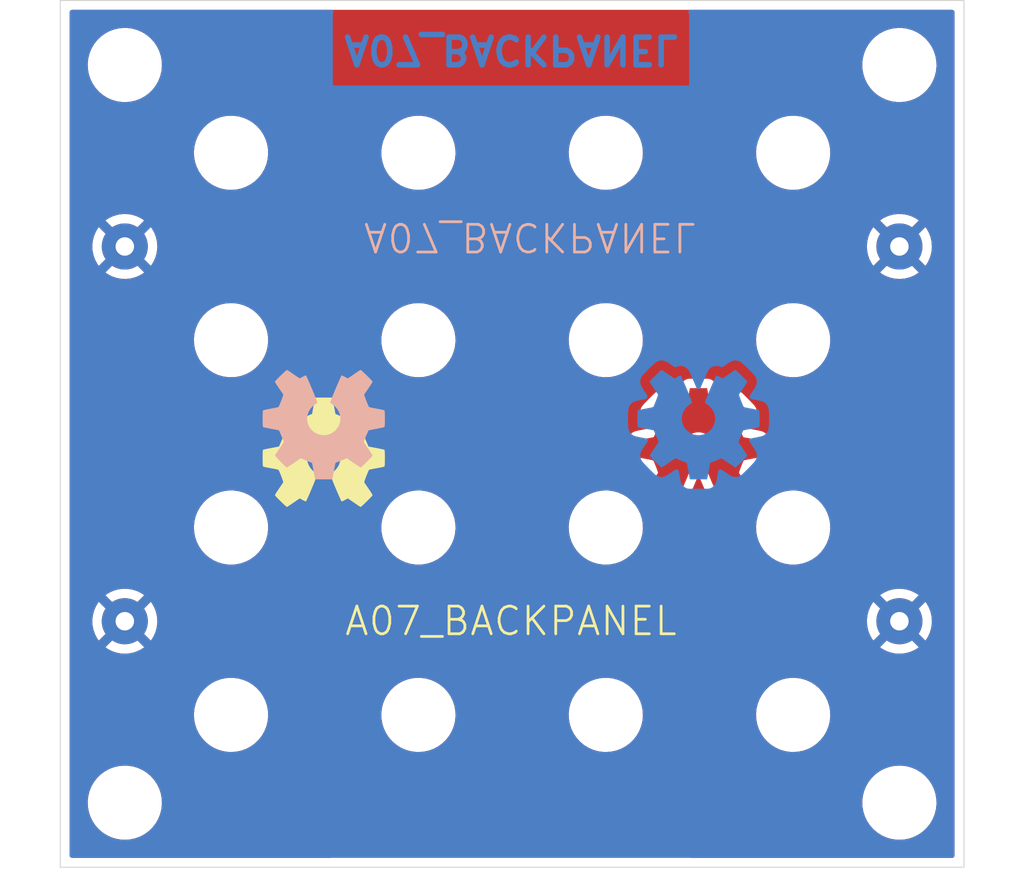
<source format=kicad_pcb>
(kicad_pcb (version 20211014) (generator pcbnew)
  (title_block (title "A07 Backplate") (company "Galopago"))
  (layers (0 "F.Cu" signal) (31 "B.Cu" signal) (34 "B.Paste" user) (35 "F.Paste" user) (36 "B.SilkS" user "B.Silkscreen") (37 "F.SilkS" user "F.Silkscreen") (38 "B.Mask" user) (39 "F.Mask" user) (44 "Edge.Cuts" user))
  (net 0 "")
  (net 1 "Net-(J0-Pad1)")
  (footprint "MountingHole:MountingHole_3mm" (layer "F.Cu") (at 25.29 24.71)
    (fp_text reference "HZ0" hide)
    (fp_text value "MountingHole")
    (pad "" np_thru_hole circle locked (at 0 0) (size 3 3) (drill 3) (layers *.Cu *.Mask))
  )
  (footprint "MountingHole:MountingHole_3mm" (layer "F.Cu") (at 25.29 64.71)
    (fp_text reference "HZ1" hide)
    (fp_text value "MountingHole")
    (pad "" np_thru_hole circle locked (at 0 0) (size 3 3) (drill 3) (layers *.Cu *.Mask))
  )
  (footprint "MountingHole:MountingHole_3mm" (layer "F.Cu") (at 67.29 24.71)
    (fp_text reference "HZ2" hide)
    (fp_text value "MountingHole")
    (pad "" np_thru_hole circle locked (at 0 0) (size 3 3) (drill 3) (layers *.Cu *.Mask))
  )
  (footprint "MountingHole:MountingHole_3mm" (layer "F.Cu") (at 67.29 64.71)
    (fp_text reference "HZ3" hide)
    (fp_text value "MountingHole")
    (pad "" np_thru_hole circle locked (at 0 0) (size 3 3) (drill 3) (layers *.Cu *.Mask))
  )
  (footprint "Connector_Wire:SolderWirePad_1x01_Drill1mm" (layer "F.Cu") (at 25.29 34.55)
    (fp_text reference "J0" hide)
    (fp_text value "Conn_01x01_Male")
    (pad "1" thru_hole circle locked (at 0 0) (size 2.49936 2.49936) (drill 1.00076) (layers *.Cu *.Mask) (net 1 "Net-(J0-Pad1)"))
  )
  (footprint "Connector_Wire:SolderWirePad_1x01_Drill1mm" (layer "F.Cu") (at 25.29 54.87)
    (fp_text reference "J1" hide)
    (fp_text value "Conn_01x01_Male")
    (pad "1" thru_hole circle locked (at 0 0) (size 2.49936 2.49936) (drill 1.00076) (layers *.Cu *.Mask) (net 1 "Net-(J0-Pad1)"))
  )
  (footprint "Connector_Wire:SolderWirePad_1x01_Drill1mm" (layer "F.Cu") (at 67.29 34.55)
    (fp_text reference "J2" hide)
    (fp_text value "Conn_01x01_Male")
    (pad "1" thru_hole circle locked (at 0 0) (size 2.49936 2.49936) (drill 1.00076) (layers *.Cu *.Mask) (net 1 "Net-(J0-Pad1)"))
  )
  (footprint "Connector_Wire:SolderWirePad_1x01_Drill1mm" (layer "F.Cu") (at 67.29 54.87)
    (fp_text reference "J3" hide)
    (fp_text value "Conn_01x01_Male")
    (pad "1" thru_hole circle locked (at 0 0) (size 2.49936 2.49936) (drill 1.00076) (layers *.Cu *.Mask) (net 1 "Net-(J0-Pad1)"))
  )
  (footprint "Symbol:OSHW-Symbol_6.7x6mm_SilkScreen" (layer "F.Cu") (at 36.068 45.72)
    (fp_text reference "REF**" hide)
    (fp_text value "OSHW-Symbol_6.7x6mm_SilkScreen" hide)
    (fp_poly (pts (xy 0.555814 -2.531069) (xy 0.639635 -2.086445) (xy 0.94892 -1.958947) (xy 1.258206 -1.831449) (xy 1.629246 -2.083754) (xy 1.733157 -2.154004) (xy 1.827087 -2.216728) (xy 1.906652 -2.269062) (xy 1.96747 -2.308143) (xy 2.005157 -2.331107) (xy 2.015421 -2.336058) (xy 2.03391 -2.323324) (xy 2.07342 -2.288118) (xy 2.129522 -2.234938) (xy 2.197787 -2.168282) (xy 2.273786 -2.092646) (xy 2.353092 -2.012528) (xy 2.431275 -1.932426) (xy 2.503907 -1.856836) (xy 2.566559 -1.790255) (xy 2.614803 -1.737182) (xy 2.64421 -1.702113) (xy 2.651241 -1.690377) (xy 2.641123 -1.66874) (xy 2.612759 -1.621338) (xy 2.569129 -1.552807) (xy 2.513218 -1.467785) (xy 2.448006 -1.370907) (xy 2.410219 -1.31565) (xy 2.341343 -1.214752) (xy 2.28014 -1.123701) (xy 2.229578 -1.04703) (xy 2.192628 -0.989272) (xy 2.172258 -0.954957) (xy 2.169197 -0.947746) (xy 2.176136 -0.927252) (xy 2.195051 -0.879487) (xy 2.223087 -0.811168) (xy 2.257391 -0.729011) (xy 2.295109 -0.63973) (xy 2.333387 -0.550042) (xy 2.36937 -0.466662) (xy 2.400206 -0.396306) (xy 2.423039 -0.34569) (xy 2.435017 -0.321529) (xy 2.435724 -0.320578) (xy 2.454531 -0.315964) (xy 2.504618 -0.305672) (xy 2.580793 -0.290713) (xy 2.677865 -0.272099) (xy 2.790643 -0.250841) (xy 2.856442 -0.238582) (xy 2.97695 -0.215638) (xy 3.085797 -0.193805) (xy 3.177476 -0.174278) (xy 3.246481 -0.158252) (xy 3.287304 -0.146921) (xy 3.295511 -0.143326) (xy 3.303548 -0.118994) (xy 3.310033 -0.064041) (xy 3.31497 0.015108) (xy 3.318364 0.112026) (xy 3.320218 0.220287) (xy 3.320538 0.333465) (xy 3.319327 0.445135) (xy 3.31659 0.548868) (xy 3.312331 0.638241) (xy 3.306555 0.706826) (xy 3.299267 0.748197) (xy 3.294895 0.75681) (xy 3.268764 0.767133) (xy 3.213393 0.781892) (xy 3.136107 0.799352) (xy 3.04423 0.81778) (xy 3.012158 0.823741) (xy 2.857524 0.852066) (xy 2.735375 0.874876) (xy 2.641673 0.89308) (xy 2.572384 0.907583) (xy 2.523471 0.919292) (xy 2.490897 0.929115) (xy 2.470628 0.937956) (xy 2.458626 0.946724) (xy 2.456947 0.948457) (xy 2.440184 0.976371) (xy 2.414614 1.030695) (xy 2.382788 1.104777) (xy 2.34726 1.191965) (xy 2.310583 1.285608) (xy 2.275311 1.379052) (xy 2.243996 1.465647) (xy 2.219193 1.53874) (xy 2.203454 1.591678) (xy 2.199332 1.617811) (xy 2.199676 1.618726) (xy 2.213641 1.640086) (xy 2.245322 1.687084) (xy 2.291391 1.754827) (xy 2.348518 1.838423) (xy 2.413373 1.932982) (xy 2.431843 1.959854) (xy 2.497699 2.057275) (xy 2.55565 2.146163) (xy 2.602538 2.221412) (xy 2.635207 2.27792) (xy 2.6505 2.310581) (xy 2.651241 2.314593) (xy 2.638392 2.335684) (xy 2.602888 2.377464) (xy 2.549293 2.435445) (xy 2.482171 2.505135) (xy 2.406087 2.582045) (xy 2.325604 2.661683) (xy 2.245287 2.739561) (xy 2.169699 2.811186) (xy 2.103405 2.87207) (xy 2.050969 2.917721) (xy 2.016955 2.94365) (xy 2.007545 2.947883) (xy 1.985643 2.937912) (xy 1.9408 2.91102) (xy 1.880321 2.871736) (xy 1.833789 2.840117) (xy 1.749475 2.782098) (xy 1.649626 2.713784) (xy 1.549473 2.645579) (xy 1.495627 2.609075) (xy 1.313371 2.4858) (xy 1.160381 2.56852) (xy 1.090682 2.604759) (xy 1.031414 2.632926) (xy 0.991311 2.648991) (xy 0.981103 2.651226) (xy 0.968829 2.634722) (xy 0.944613 2.588082) (xy 0.910263 2.515609) (xy 0.867588 2.421606) (xy 0.818394 2.310374) (xy 0.76449 2.186215) (xy 0.707684 2.053432) (xy 0.649782 1.916327) (xy 0.592593 1.779202) (xy 0.537924 1.646358) (xy 0.487584 1.522098) (xy 0.44338 1.410725) (xy 0.407119 1.316539) (xy 0.380609 1.243844) (xy 0.365658 1.196941) (xy 0.363254 1.180833) (xy 0.382311 1.160286) (xy 0.424036 1.126933) (xy 0.479706 1.087702) (xy 0.484378 1.084599) (xy 0.628264 0.969423) (xy 0.744283 0.835053) (xy 0.83143 0.685784) (xy 0.888699 0.525913) (xy 0.915086 0.359737) (xy 0.909585 0.191552) (xy 0.87119 0.025655) (xy 0.798895 -0.133658) (xy 0.777626 -0.168513) (xy 0.666996 -0.309263) (xy 0.536302 -0.422286) (xy 0.390064 -0.506997) (xy 0.232808 -0.562806) (xy 0.069057 -0.589126) (xy -0.096667 -0.58537) (xy -0.259838 -0.55095) (xy -0.415935 -0.485277) (xy -0.560433 -0.387765) (xy -0.605131 -0.348187) (xy -0.718888 -0.224297) (xy -0.801782 -0.093876) (xy -0.858644 0.052315) (xy -0.890313 0.197088) (xy -0.898131 0.35986) (xy -0.872062 0.52344) (xy -0.814755 0.682298) (xy -0.728856 0.830906) (xy -0.617014 0.963735) (xy -0.481877 1.075256) (xy -0.464117 1.087011) (xy -0.40785 1.125508) (xy -0.365077 1.158863) (xy -0.344628 1.18016) (xy -0.344331 1.180833) (xy -0.348721 1.203871) (xy -0.366124 1.256157) (xy -0.394732 1.33339) (xy -0.432735 1.431268) (xy -0.478326 1.545491) (xy -0.529697 1.671758) (xy -0.585038 1.805767) (xy -0.642542 1.943218) (xy -0.700399 2.079808) (xy -0.756802 2.211237) (xy -0.809942 2.333205) (xy -0.85801 2.441409) (xy -0.899199 2.531549) (xy -0.931699 2.599323) (xy -0.953703 2.64043) (xy -0.962564 2.651226) (xy -0.98964 2.642819) (xy -1.040303 2.620272) (xy -1.105817 2.587613) (xy -1.141841 2.56852) (xy -1.294832 2.4858) (xy -1.477088 2.609075) (xy -1.570125 2.672228) (xy -1.671985 2.741727) (xy -1.767438 2.807165) (xy -1.81525 2.840117) (xy -1.882495 2.885273) (xy -1.939436 2.921057) (xy -1.978646 2.942938) (xy -1.991381 2.947563) (xy -2.009917 2.935085) (xy -2.050941 2.900252) (xy -2.110475 2.846678) (xy -2.184542 2.777983) (xy -2.269165 2.697781) (xy -2.322685 2.646286) (xy -2.416319 2.554286) (xy -2.497241 2.471999) (xy -2.562177 2.402945) (xy -2.607858 2.350644) (xy -2.631011 2.318616) (xy -2.633232 2.312116) (xy -2.622924 2.287394) (xy -2.594439 2.237405) (xy -2.550937 2.167212) (xy -2.495577 2.081875) (xy -2.43152 1.986456) (xy -2.413303 1.959854) (xy -2.346927 1.863167) (xy -2.287378 1.776117) (xy -2.237984 1.703595) (xy -2.202075 1.650493) (xy -2.182981 1.621703) (xy -2.181136 1.618726) (xy -2.183895 1.595782) (xy -2.198538 1.545336) (xy -2.222513 1.474041) (xy -2.253266 1.388547) (xy -2.288244 1.295507) (xy -2.324893 1.201574) (xy -2.360661 1.113399) (xy -2.392994 1.037634) (xy -2.419338 0.980931) (xy -2.437142 0.949943) (xy -2.438407 0.948457) (xy -2.449294 0.939601) (xy -2.467682 0.930843) (xy -2.497606 0.921277) (xy -2.543103 0.909996) (xy -2.608209 0.896093) (xy -2.696961 0.878663) (xy -2.813393 0.856798) (xy -2.961542 0.829591) (xy -2.993618 0.823741) (xy -3.088686 0.805374) (xy -3.171565 0.787405) (xy -3.23493 0.771569) (xy -3.271458 0.7596) (xy -3.276356 0.75681) (xy -3.284427 0.732072) (xy -3.290987 0.67679) (xy -3.296033 0.597389) (xy -3.299559 0.500296) (xy -3.301561 0.391938) (xy -3.302036 0.27874) (xy -3.300977 0.167128) (xy -3.298382 0.063529) (xy -3.294246 -0.025632) (xy -3.288563 -0.093928) (xy -3.281331 -0.134934) (xy -3.276971 -0.143326) (xy -3.252698 -0.151792) (xy -3.197426 -0.165565) (xy -3.116662 -0.18345) (xy -3.015912 -0.204252) (xy -2.900683 -0.226777) (xy -2.837902 -0.238582) (xy -2.718787 -0.260849) (xy -2.612565 -0.281021) (xy -2.524427 -0.298085) (xy -2.459566 -0.311031) (xy -2.423174 -0.318845) (xy -2.417184 -0.320578) (xy -2.407061 -0.34011) (xy -2.385662 -0.387157) (xy -2.355839 -0.454997) (xy -2.320445 -0.536909) (xy -2.282332 -0.626172) (xy -2.244353 -0.716065) (xy -2.20936 -0.799865) (xy -2.180206 -0.870853) (xy -2.159743 -0.922306) (xy -2.150823 -0.947503) (xy -2.150657 -0.948604) (xy -2.160769 -0.968481) (xy -2.189117 -1.014223) (xy -2.232723 -1.081283) (xy -2.288606 -1.165116) (xy -2.353787 -1.261174) (xy -2.391679 -1.31635) (xy -2.460725 -1.417519) (xy -2.52205 -1.50937) (xy -2.572663 -1.587256) (xy -2.609571 -1.646531) (xy -2.629782 -1.682549) (xy -2.632701 -1.690623) (xy -2.620153 -1.709416) (xy -2.585463 -1.749543) (xy -2.533063 -1.806507) (xy -2.467384 -1.875815) (xy -2.392856 -1.952969) (xy -2.313913 -2.033475) (xy -2.234983 -2.112837) (xy -2.1605 -2.18656) (xy -2.094894 -2.250148) (xy -2.042596 -2.299106) (xy -2.008039 -2.328939) (xy -1.996478 -2.336058) (xy -1.977654 -2.326047) (xy -1.932631 -2.297922) (xy -1.865787 -2.254546) (xy -1.781499 -2.198782) (xy -1.684144 -2.133494) (xy -1.610707 -2.083754) (xy -1.239667 -1.831449) (xy -0.621095 -2.086445) (xy -0.537275 -2.531069) (xy -0.453454 -2.975693) (xy 0.471994 -2.975693) (xy 0.555814 -2.531069)) (layer "F.SilkS") (width 0.01) (fill solid))
  )
  (footprint "Symbol:OSHW-Symbol_6.7x6mm_Copper" (layer "F.Cu") (at 56.388 45.212)
    (fp_text reference "REF**" hide)
    (fp_text value "OSHW-Symbol_6.7x6mm_Copper" hide)
    (fp_poly (pts (xy 0.555814 -2.531069) (xy 0.639635 -2.086445) (xy 0.94892 -1.958947) (xy 1.258206 -1.831449) (xy 1.629246 -2.083754) (xy 1.733157 -2.154004) (xy 1.827087 -2.216728) (xy 1.906652 -2.269062) (xy 1.96747 -2.308143) (xy 2.005157 -2.331107) (xy 2.015421 -2.336058) (xy 2.03391 -2.323324) (xy 2.07342 -2.288118) (xy 2.129522 -2.234938) (xy 2.197787 -2.168282) (xy 2.273786 -2.092646) (xy 2.353092 -2.012528) (xy 2.431275 -1.932426) (xy 2.503907 -1.856836) (xy 2.566559 -1.790255) (xy 2.614803 -1.737182) (xy 2.64421 -1.702113) (xy 2.651241 -1.690377) (xy 2.641123 -1.66874) (xy 2.612759 -1.621338) (xy 2.569129 -1.552807) (xy 2.513218 -1.467785) (xy 2.448006 -1.370907) (xy 2.410219 -1.31565) (xy 2.341343 -1.214752) (xy 2.28014 -1.123701) (xy 2.229578 -1.04703) (xy 2.192628 -0.989272) (xy 2.172258 -0.954957) (xy 2.169197 -0.947746) (xy 2.176136 -0.927252) (xy 2.195051 -0.879487) (xy 2.223087 -0.811168) (xy 2.257391 -0.729011) (xy 2.295109 -0.63973) (xy 2.333387 -0.550042) (xy 2.36937 -0.466662) (xy 2.400206 -0.396306) (xy 2.423039 -0.34569) (xy 2.435017 -0.321529) (xy 2.435724 -0.320578) (xy 2.454531 -0.315964) (xy 2.504618 -0.305672) (xy 2.580793 -0.290713) (xy 2.677865 -0.272099) (xy 2.790643 -0.250841) (xy 2.856442 -0.238582) (xy 2.97695 -0.215638) (xy 3.085797 -0.193805) (xy 3.177476 -0.174278) (xy 3.246481 -0.158252) (xy 3.287304 -0.146921) (xy 3.295511 -0.143326) (xy 3.303548 -0.118994) (xy 3.310033 -0.064041) (xy 3.31497 0.015108) (xy 3.318364 0.112026) (xy 3.320218 0.220287) (xy 3.320538 0.333465) (xy 3.319327 0.445135) (xy 3.31659 0.548868) (xy 3.312331 0.638241) (xy 3.306555 0.706826) (xy 3.299267 0.748197) (xy 3.294895 0.75681) (xy 3.268764 0.767133) (xy 3.213393 0.781892) (xy 3.136107 0.799352) (xy 3.04423 0.81778) (xy 3.012158 0.823741) (xy 2.857524 0.852066) (xy 2.735375 0.874876) (xy 2.641673 0.89308) (xy 2.572384 0.907583) (xy 2.523471 0.919292) (xy 2.490897 0.929115) (xy 2.470628 0.937956) (xy 2.458626 0.946724) (xy 2.456947 0.948457) (xy 2.440184 0.976371) (xy 2.414614 1.030695) (xy 2.382788 1.104777) (xy 2.34726 1.191965) (xy 2.310583 1.285608) (xy 2.275311 1.379052) (xy 2.243996 1.465647) (xy 2.219193 1.53874) (xy 2.203454 1.591678) (xy 2.199332 1.617811) (xy 2.199676 1.618726) (xy 2.213641 1.640086) (xy 2.245322 1.687084) (xy 2.291391 1.754827) (xy 2.348518 1.838423) (xy 2.413373 1.932982) (xy 2.431843 1.959854) (xy 2.497699 2.057275) (xy 2.55565 2.146163) (xy 2.602538 2.221412) (xy 2.635207 2.27792) (xy 2.6505 2.310581) (xy 2.651241 2.314593) (xy 2.638392 2.335684) (xy 2.602888 2.377464) (xy 2.549293 2.435445) (xy 2.482171 2.505135) (xy 2.406087 2.582045) (xy 2.325604 2.661683) (xy 2.245287 2.739561) (xy 2.169699 2.811186) (xy 2.103405 2.87207) (xy 2.050969 2.917721) (xy 2.016955 2.94365) (xy 2.007545 2.947883) (xy 1.985643 2.937912) (xy 1.9408 2.91102) (xy 1.880321 2.871736) (xy 1.833789 2.840117) (xy 1.749475 2.782098) (xy 1.649626 2.713784) (xy 1.549473 2.645579) (xy 1.495627 2.609075) (xy 1.313371 2.4858) (xy 1.160381 2.56852) (xy 1.090682 2.604759) (xy 1.031414 2.632926) (xy 0.991311 2.648991) (xy 0.981103 2.651226) (xy 0.968829 2.634722) (xy 0.944613 2.588082) (xy 0.910263 2.515609) (xy 0.867588 2.421606) (xy 0.818394 2.310374) (xy 0.76449 2.186215) (xy 0.707684 2.053432) (xy 0.649782 1.916327) (xy 0.592593 1.779202) (xy 0.537924 1.646358) (xy 0.487584 1.522098) (xy 0.44338 1.410725) (xy 0.407119 1.316539) (xy 0.380609 1.243844) (xy 0.365658 1.196941) (xy 0.363254 1.180833) (xy 0.382311 1.160286) (xy 0.424036 1.126933) (xy 0.479706 1.087702) (xy 0.484378 1.084599) (xy 0.628264 0.969423) (xy 0.744283 0.835053) (xy 0.83143 0.685784) (xy 0.888699 0.525913) (xy 0.915086 0.359737) (xy 0.909585 0.191552) (xy 0.87119 0.025655) (xy 0.798895 -0.133658) (xy 0.777626 -0.168513) (xy 0.666996 -0.309263) (xy 0.536302 -0.422286) (xy 0.390064 -0.506997) (xy 0.232808 -0.562806) (xy 0.069057 -0.589126) (xy -0.096667 -0.58537) (xy -0.259838 -0.55095) (xy -0.415935 -0.485277) (xy -0.560433 -0.387765) (xy -0.605131 -0.348187) (xy -0.718888 -0.224297) (xy -0.801782 -0.093876) (xy -0.858644 0.052315) (xy -0.890313 0.197088) (xy -0.898131 0.35986) (xy -0.872062 0.52344) (xy -0.814755 0.682298) (xy -0.728856 0.830906) (xy -0.617014 0.963735) (xy -0.481877 1.075256) (xy -0.464117 1.087011) (xy -0.40785 1.125508) (xy -0.365077 1.158863) (xy -0.344628 1.18016) (xy -0.344331 1.180833) (xy -0.348721 1.203871) (xy -0.366124 1.256157) (xy -0.394732 1.33339) (xy -0.432735 1.431268) (xy -0.478326 1.545491) (xy -0.529697 1.671758) (xy -0.585038 1.805767) (xy -0.642542 1.943218) (xy -0.700399 2.079808) (xy -0.756802 2.211237) (xy -0.809942 2.333205) (xy -0.85801 2.441409) (xy -0.899199 2.531549) (xy -0.931699 2.599323) (xy -0.953703 2.64043) (xy -0.962564 2.651226) (xy -0.98964 2.642819) (xy -1.040303 2.620272) (xy -1.105817 2.587613) (xy -1.141841 2.56852) (xy -1.294832 2.4858) (xy -1.477088 2.609075) (xy -1.570125 2.672228) (xy -1.671985 2.741727) (xy -1.767438 2.807165) (xy -1.81525 2.840117) (xy -1.882495 2.885273) (xy -1.939436 2.921057) (xy -1.978646 2.942938) (xy -1.991381 2.947563) (xy -2.009917 2.935085) (xy -2.050941 2.900252) (xy -2.110475 2.846678) (xy -2.184542 2.777983) (xy -2.269165 2.697781) (xy -2.322685 2.646286) (xy -2.416319 2.554286) (xy -2.497241 2.471999) (xy -2.562177 2.402945) (xy -2.607858 2.350644) (xy -2.631011 2.318616) (xy -2.633232 2.312116) (xy -2.622924 2.287394) (xy -2.594439 2.237405) (xy -2.550937 2.167212) (xy -2.495577 2.081875) (xy -2.43152 1.986456) (xy -2.413303 1.959854) (xy -2.346927 1.863167) (xy -2.287378 1.776117) (xy -2.237984 1.703595) (xy -2.202075 1.650493) (xy -2.182981 1.621703) (xy -2.181136 1.618726) (xy -2.183895 1.595782) (xy -2.198538 1.545336) (xy -2.222513 1.474041) (xy -2.253266 1.388547) (xy -2.288244 1.295507) (xy -2.324893 1.201574) (xy -2.360661 1.113399) (xy -2.392994 1.037634) (xy -2.419338 0.980931) (xy -2.437142 0.949943) (xy -2.438407 0.948457) (xy -2.449294 0.939601) (xy -2.467682 0.930843) (xy -2.497606 0.921277) (xy -2.543103 0.909996) (xy -2.608209 0.896093) (xy -2.696961 0.878663) (xy -2.813393 0.856798) (xy -2.961542 0.829591) (xy -2.993618 0.823741) (xy -3.088686 0.805374) (xy -3.171565 0.787405) (xy -3.23493 0.771569) (xy -3.271458 0.7596) (xy -3.276356 0.75681) (xy -3.284427 0.732072) (xy -3.290987 0.67679) (xy -3.296033 0.597389) (xy -3.299559 0.500296) (xy -3.301561 0.391938) (xy -3.302036 0.27874) (xy -3.300977 0.167128) (xy -3.298382 0.063529) (xy -3.294246 -0.025632) (xy -3.288563 -0.093928) (xy -3.281331 -0.134934) (xy -3.276971 -0.143326) (xy -3.252698 -0.151792) (xy -3.197426 -0.165565) (xy -3.116662 -0.18345) (xy -3.015912 -0.204252) (xy -2.900683 -0.226777) (xy -2.837902 -0.238582) (xy -2.718787 -0.260849) (xy -2.612565 -0.281021) (xy -2.524427 -0.298085) (xy -2.459566 -0.311031) (xy -2.423174 -0.318845) (xy -2.417184 -0.320578) (xy -2.407061 -0.34011) (xy -2.385662 -0.387157) (xy -2.355839 -0.454997) (xy -2.320445 -0.536909) (xy -2.282332 -0.626172) (xy -2.244353 -0.716065) (xy -2.20936 -0.799865) (xy -2.180206 -0.870853) (xy -2.159743 -0.922306) (xy -2.150823 -0.947503) (xy -2.150657 -0.948604) (xy -2.160769 -0.968481) (xy -2.189117 -1.014223) (xy -2.232723 -1.081283) (xy -2.288606 -1.165116) (xy -2.353787 -1.261174) (xy -2.391679 -1.31635) (xy -2.460725 -1.417519) (xy -2.52205 -1.50937) (xy -2.572663 -1.587256) (xy -2.609571 -1.646531) (xy -2.629782 -1.682549) (xy -2.632701 -1.690623) (xy -2.620153 -1.709416) (xy -2.585463 -1.749543) (xy -2.533063 -1.806507) (xy -2.467384 -1.875815) (xy -2.392856 -1.952969) (xy -2.313913 -2.033475) (xy -2.234983 -2.112837) (xy -2.1605 -2.18656) (xy -2.094894 -2.250148) (xy -2.042596 -2.299106) (xy -2.008039 -2.328939) (xy -1.996478 -2.336058) (xy -1.977654 -2.326047) (xy -1.932631 -2.297922) (xy -1.865787 -2.254546) (xy -1.781499 -2.198782) (xy -1.684144 -2.133494) (xy -1.610707 -2.083754) (xy -1.239667 -1.831449) (xy -0.621095 -2.086445) (xy -0.537275 -2.531069) (xy -0.453454 -2.975693) (xy 0.471994 -2.975693) (xy 0.555814 -2.531069)) (layer "F.Cu") (width 0.01) (fill solid))
  )
  (footprint "MountingHole:MountingHole_3mm" (layer "F.Cu") (at 61.53 29.47)
    (fp_text reference "HB4" hide)
    (fp_text value "MountingHole")
    (pad "" np_thru_hole circle locked (at 0 0) (size 3 3) (drill 3) (layers *.Cu *.Mask))
  )
  (footprint "MountingHole:MountingHole_3mm" (layer "F.Cu") (at 31.05 59.95)
    (fp_text reference "HB19" hide)
    (fp_text value "MountingHole")
    (pad "" np_thru_hole circle locked (at 0 0) (size 3 3) (drill 3) (layers *.Cu *.Mask))
  )
  (footprint "MountingHole:MountingHole_3mm" (layer "F.Cu") (at 61.53 39.63)
    (fp_text reference "HB14" hide)
    (fp_text value "MountingHole")
    (pad "" np_thru_hole circle locked (at 0 0) (size 3 3) (drill 3) (layers *.Cu *.Mask))
  )
  (footprint "MountingHole:MountingHole_3mm" (layer "F.Cu") (at 51.37 29.47)
    (fp_text reference "HB3" hide)
    (fp_text value "MountingHole")
    (pad "" np_thru_hole circle locked (at 0 0) (size 3 3) (drill 3) (layers *.Cu *.Mask))
  )
  (footprint "MountingHole:MountingHole_3mm" (layer "F.Cu") (at 31.05 29.47)
    (fp_text reference "HB1" hide)
    (fp_text value "MountingHole")
    (pad "" np_thru_hole circle locked (at 0 0) (size 3 3) (drill 3) (layers *.Cu *.Mask))
  )
  (footprint "MountingHole:MountingHole_3mm" (layer "F.Cu") (at 41.21 29.47)
    (fp_text reference "HB2" hide)
    (fp_text value "MountingHole")
    (pad "" np_thru_hole circle locked (at 0 0) (size 3 3) (drill 3) (layers *.Cu *.Mask))
  )
  (footprint "MountingHole:MountingHole_3mm" (layer "F.Cu") (at 31.05 39.63)
    (fp_text reference "HB5" hide)
    (fp_text value "MountingHole")
    (pad "" np_thru_hole circle locked (at 0 0) (size 3 3) (drill 3) (layers *.Cu *.Mask))
  )
  (footprint "MountingHole:MountingHole_3mm" (layer "F.Cu") (at 51.37 49.79)
    (fp_text reference "HB17" hide)
    (fp_text value "MountingHole")
    (pad "" np_thru_hole circle locked (at 0 0) (size 3 3) (drill 3) (layers *.Cu *.Mask))
  )
  (footprint "MountingHole:MountingHole_3mm" (layer "F.Cu") (at 51.37 59.95)
    (fp_text reference "HB21" hide)
    (fp_text value "MountingHole")
    (pad "" np_thru_hole circle locked (at 0 0) (size 3 3) (drill 3) (layers *.Cu *.Mask))
  )
  (footprint "MountingHole:MountingHole_3mm" (layer "F.Cu") (at 41.21 39.63)
    (fp_text reference "HB12" hide)
    (fp_text value "MountingHole")
    (pad "" np_thru_hole circle locked (at 0 0) (size 3 3) (drill 3) (layers *.Cu *.Mask))
  )
  (footprint "MountingHole:MountingHole_3mm" (layer "F.Cu") (at 31.05 49.79)
    (fp_text reference "HB15" hide)
    (fp_text value "MountingHole")
    (pad "" np_thru_hole circle locked (at 0 0) (size 3 3) (drill 3) (layers *.Cu *.Mask))
  )
  (footprint "MountingHole:MountingHole_3mm" (layer "F.Cu") (at 61.53 49.79)
    (fp_text reference "HB18" hide)
    (fp_text value "MountingHole")
    (pad "" np_thru_hole circle locked (at 0 0) (size 3 3) (drill 3) (layers *.Cu *.Mask))
  )
  (footprint "MountingHole:MountingHole_3mm" (layer "F.Cu") (at 41.21 59.95)
    (fp_text reference "HB20" hide)
    (fp_text value "MountingHole")
    (pad "" np_thru_hole circle locked (at 0 0) (size 3 3) (drill 3) (layers *.Cu *.Mask))
  )
  (footprint "MountingHole:MountingHole_3mm" (layer "F.Cu") (at 41.21 49.79)
    (fp_text reference "HB16" hide)
    (fp_text value "MountingHole")
    (pad "" np_thru_hole circle locked (at 0 0) (size 3 3) (drill 3) (layers *.Cu *.Mask))
  )
  (footprint "MountingHole:MountingHole_3mm" (layer "F.Cu") (at 51.37 39.63)
    (fp_text reference "HB13" hide)
    (fp_text value "MountingHole")
    (pad "" np_thru_hole circle locked (at 0 0) (size 3 3) (drill 3) (layers *.Cu *.Mask))
  )
  (footprint "MountingHole:MountingHole_3mm" (layer "F.Cu") (at 61.53 59.95)
    (fp_text reference "HB22" hide)
    (fp_text value "MountingHole")
    (pad "" np_thru_hole circle locked (at 0 0) (size 3 3) (drill 3) (layers *.Cu *.Mask))
  )
  (footprint "Symbol:OSHW-Symbol_6.7x6mm_SilkScreen" (layer "B.Cu") (at 36.068 44.196)
    (fp_text reference "REF**" hide)
    (fp_text value "OSHW-Symbol_6.7x6mm_SilkScreen" hide)
    (fp_poly (pts (xy 0.555814 2.531069) (xy 0.639635 2.086445) (xy 0.94892 1.958947) (xy 1.258206 1.831449) (xy 1.629246 2.083754) (xy 1.733157 2.154004) (xy 1.827087 2.216728) (xy 1.906652 2.269062) (xy 1.96747 2.308143) (xy 2.005157 2.331107) (xy 2.015421 2.336058) (xy 2.03391 2.323324) (xy 2.07342 2.288118) (xy 2.129522 2.234938) (xy 2.197787 2.168282) (xy 2.273786 2.092646) (xy 2.353092 2.012528) (xy 2.431275 1.932426) (xy 2.503907 1.856836) (xy 2.566559 1.790255) (xy 2.614803 1.737182) (xy 2.64421 1.702113) (xy 2.651241 1.690377) (xy 2.641123 1.66874) (xy 2.612759 1.621338) (xy 2.569129 1.552807) (xy 2.513218 1.467785) (xy 2.448006 1.370907) (xy 2.410219 1.31565) (xy 2.341343 1.214752) (xy 2.28014 1.123701) (xy 2.229578 1.04703) (xy 2.192628 0.989272) (xy 2.172258 0.954957) (xy 2.169197 0.947746) (xy 2.176136 0.927252) (xy 2.195051 0.879487) (xy 2.223087 0.811168) (xy 2.257391 0.729011) (xy 2.295109 0.63973) (xy 2.333387 0.550042) (xy 2.36937 0.466662) (xy 2.400206 0.396306) (xy 2.423039 0.34569) (xy 2.435017 0.321529) (xy 2.435724 0.320578) (xy 2.454531 0.315964) (xy 2.504618 0.305672) (xy 2.580793 0.290713) (xy 2.677865 0.272099) (xy 2.790643 0.250841) (xy 2.856442 0.238582) (xy 2.97695 0.215638) (xy 3.085797 0.193805) (xy 3.177476 0.174278) (xy 3.246481 0.158252) (xy 3.287304 0.146921) (xy 3.295511 0.143326) (xy 3.303548 0.118994) (xy 3.310033 0.064041) (xy 3.31497 -0.015108) (xy 3.318364 -0.112026) (xy 3.320218 -0.220287) (xy 3.320538 -0.333465) (xy 3.319327 -0.445135) (xy 3.31659 -0.548868) (xy 3.312331 -0.638241) (xy 3.306555 -0.706826) (xy 3.299267 -0.748197) (xy 3.294895 -0.75681) (xy 3.268764 -0.767133) (xy 3.213393 -0.781892) (xy 3.136107 -0.799352) (xy 3.04423 -0.81778) (xy 3.012158 -0.823741) (xy 2.857524 -0.852066) (xy 2.735375 -0.874876) (xy 2.641673 -0.89308) (xy 2.572384 -0.907583) (xy 2.523471 -0.919292) (xy 2.490897 -0.929115) (xy 2.470628 -0.937956) (xy 2.458626 -0.946724) (xy 2.456947 -0.948457) (xy 2.440184 -0.976371) (xy 2.414614 -1.030695) (xy 2.382788 -1.104777) (xy 2.34726 -1.191965) (xy 2.310583 -1.285608) (xy 2.275311 -1.379052) (xy 2.243996 -1.465647) (xy 2.219193 -1.53874) (xy 2.203454 -1.591678) (xy 2.199332 -1.617811) (xy 2.199676 -1.618726) (xy 2.213641 -1.640086) (xy 2.245322 -1.687084) (xy 2.291391 -1.754827) (xy 2.348518 -1.838423) (xy 2.413373 -1.932982) (xy 2.431843 -1.959854) (xy 2.497699 -2.057275) (xy 2.55565 -2.146163) (xy 2.602538 -2.221412) (xy 2.635207 -2.27792) (xy 2.6505 -2.310581) (xy 2.651241 -2.314593) (xy 2.638392 -2.335684) (xy 2.602888 -2.377464) (xy 2.549293 -2.435445) (xy 2.482171 -2.505135) (xy 2.406087 -2.582045) (xy 2.325604 -2.661683) (xy 2.245287 -2.739561) (xy 2.169699 -2.811186) (xy 2.103405 -2.87207) (xy 2.050969 -2.917721) (xy 2.016955 -2.94365) (xy 2.007545 -2.947883) (xy 1.985643 -2.937912) (xy 1.9408 -2.91102) (xy 1.880321 -2.871736) (xy 1.833789 -2.840117) (xy 1.749475 -2.782098) (xy 1.649626 -2.713784) (xy 1.549473 -2.645579) (xy 1.495627 -2.609075) (xy 1.313371 -2.4858) (xy 1.160381 -2.56852) (xy 1.090682 -2.604759) (xy 1.031414 -2.632926) (xy 0.991311 -2.648991) (xy 0.981103 -2.651226) (xy 0.968829 -2.634722) (xy 0.944613 -2.588082) (xy 0.910263 -2.515609) (xy 0.867588 -2.421606) (xy 0.818394 -2.310374) (xy 0.76449 -2.186215) (xy 0.707684 -2.053432) (xy 0.649782 -1.916327) (xy 0.592593 -1.779202) (xy 0.537924 -1.646358) (xy 0.487584 -1.522098) (xy 0.44338 -1.410725) (xy 0.407119 -1.316539) (xy 0.380609 -1.243844) (xy 0.365658 -1.196941) (xy 0.363254 -1.180833) (xy 0.382311 -1.160286) (xy 0.424036 -1.126933) (xy 0.479706 -1.087702) (xy 0.484378 -1.084599) (xy 0.628264 -0.969423) (xy 0.744283 -0.835053) (xy 0.83143 -0.685784) (xy 0.888699 -0.525913) (xy 0.915086 -0.359737) (xy 0.909585 -0.191552) (xy 0.87119 -0.025655) (xy 0.798895 0.133658) (xy 0.777626 0.168513) (xy 0.666996 0.309263) (xy 0.536302 0.422286) (xy 0.390064 0.506997) (xy 0.232808 0.562806) (xy 0.069057 0.589126) (xy -0.096667 0.58537) (xy -0.259838 0.55095) (xy -0.415935 0.485277) (xy -0.560433 0.387765) (xy -0.605131 0.348187) (xy -0.718888 0.224297) (xy -0.801782 0.093876) (xy -0.858644 -0.052315) (xy -0.890313 -0.197088) (xy -0.898131 -0.35986) (xy -0.872062 -0.52344) (xy -0.814755 -0.682298) (xy -0.728856 -0.830906) (xy -0.617014 -0.963735) (xy -0.481877 -1.075256) (xy -0.464117 -1.087011) (xy -0.40785 -1.125508) (xy -0.365077 -1.158863) (xy -0.344628 -1.18016) (xy -0.344331 -1.180833) (xy -0.348721 -1.203871) (xy -0.366124 -1.256157) (xy -0.394732 -1.33339) (xy -0.432735 -1.431268) (xy -0.478326 -1.545491) (xy -0.529697 -1.671758) (xy -0.585038 -1.805767) (xy -0.642542 -1.943218) (xy -0.700399 -2.079808) (xy -0.756802 -2.211237) (xy -0.809942 -2.333205) (xy -0.85801 -2.441409) (xy -0.899199 -2.531549) (xy -0.931699 -2.599323) (xy -0.953703 -2.64043) (xy -0.962564 -2.651226) (xy -0.98964 -2.642819) (xy -1.040303 -2.620272) (xy -1.105817 -2.587613) (xy -1.141841 -2.56852) (xy -1.294832 -2.4858) (xy -1.477088 -2.609075) (xy -1.570125 -2.672228) (xy -1.671985 -2.741727) (xy -1.767438 -2.807165) (xy -1.81525 -2.840117) (xy -1.882495 -2.885273) (xy -1.939436 -2.921057) (xy -1.978646 -2.942938) (xy -1.991381 -2.947563) (xy -2.009917 -2.935085) (xy -2.050941 -2.900252) (xy -2.110475 -2.846678) (xy -2.184542 -2.777983) (xy -2.269165 -2.697781) (xy -2.322685 -2.646286) (xy -2.416319 -2.554286) (xy -2.497241 -2.471999) (xy -2.562177 -2.402945) (xy -2.607858 -2.350644) (xy -2.631011 -2.318616) (xy -2.633232 -2.312116) (xy -2.622924 -2.287394) (xy -2.594439 -2.237405) (xy -2.550937 -2.167212) (xy -2.495577 -2.081875) (xy -2.43152 -1.986456) (xy -2.413303 -1.959854) (xy -2.346927 -1.863167) (xy -2.287378 -1.776117) (xy -2.237984 -1.703595) (xy -2.202075 -1.650493) (xy -2.182981 -1.621703) (xy -2.181136 -1.618726) (xy -2.183895 -1.595782) (xy -2.198538 -1.545336) (xy -2.222513 -1.474041) (xy -2.253266 -1.388547) (xy -2.288244 -1.295507) (xy -2.324893 -1.201574) (xy -2.360661 -1.113399) (xy -2.392994 -1.037634) (xy -2.419338 -0.980931) (xy -2.437142 -0.949943) (xy -2.438407 -0.948457) (xy -2.449294 -0.939601) (xy -2.467682 -0.930843) (xy -2.497606 -0.921277) (xy -2.543103 -0.909996) (xy -2.608209 -0.896093) (xy -2.696961 -0.878663) (xy -2.813393 -0.856798) (xy -2.961542 -0.829591) (xy -2.993618 -0.823741) (xy -3.088686 -0.805374) (xy -3.171565 -0.787405) (xy -3.23493 -0.771569) (xy -3.271458 -0.7596) (xy -3.276356 -0.75681) (xy -3.284427 -0.732072) (xy -3.290987 -0.67679) (xy -3.296033 -0.597389) (xy -3.299559 -0.500296) (xy -3.301561 -0.391938) (xy -3.302036 -0.27874) (xy -3.300977 -0.167128) (xy -3.298382 -0.063529) (xy -3.294246 0.025632) (xy -3.288563 0.093928) (xy -3.281331 0.134934) (xy -3.276971 0.143326) (xy -3.252698 0.151792) (xy -3.197426 0.165565) (xy -3.116662 0.18345) (xy -3.015912 0.204252) (xy -2.900683 0.226777) (xy -2.837902 0.238582) (xy -2.718787 0.260849) (xy -2.612565 0.281021) (xy -2.524427 0.298085) (xy -2.459566 0.311031) (xy -2.423174 0.318845) (xy -2.417184 0.320578) (xy -2.407061 0.34011) (xy -2.385662 0.387157) (xy -2.355839 0.454997) (xy -2.320445 0.536909) (xy -2.282332 0.626172) (xy -2.244353 0.716065) (xy -2.20936 0.799865) (xy -2.180206 0.870853) (xy -2.159743 0.922306) (xy -2.150823 0.947503) (xy -2.150657 0.948604) (xy -2.160769 0.968481) (xy -2.189117 1.014223) (xy -2.232723 1.081283) (xy -2.288606 1.165116) (xy -2.353787 1.261174) (xy -2.391679 1.31635) (xy -2.460725 1.417519) (xy -2.52205 1.50937) (xy -2.572663 1.587256) (xy -2.609571 1.646531) (xy -2.629782 1.682549) (xy -2.632701 1.690623) (xy -2.620153 1.709416) (xy -2.585463 1.749543) (xy -2.533063 1.806507) (xy -2.467384 1.875815) (xy -2.392856 1.952969) (xy -2.313913 2.033475) (xy -2.234983 2.112837) (xy -2.1605 2.18656) (xy -2.094894 2.250148) (xy -2.042596 2.299106) (xy -2.008039 2.328939) (xy -1.996478 2.336058) (xy -1.977654 2.326047) (xy -1.932631 2.297922) (xy -1.865787 2.254546) (xy -1.781499 2.198782) (xy -1.684144 2.133494) (xy -1.610707 2.083754) (xy -1.239667 1.831449) (xy -0.621095 2.086445) (xy -0.537275 2.531069) (xy -0.453454 2.975693) (xy 0.471994 2.975693) (xy 0.555814 2.531069)) (layer "B.SilkS") (width 0.01) (fill solid))
  )
  (footprint "Symbol:OSHW-Symbol_6.7x6mm_Copper" (layer "B.Cu") (at 56.388 44.196)
    (fp_text reference "REF**" hide)
    (fp_text value "OSHW-Symbol_6.7x6mm_Copper" hide)
    (fp_poly (pts (xy 0.555814 2.531069) (xy 0.639635 2.086445) (xy 0.94892 1.958947) (xy 1.258206 1.831449) (xy 1.629246 2.083754) (xy 1.733157 2.154004) (xy 1.827087 2.216728) (xy 1.906652 2.269062) (xy 1.96747 2.308143) (xy 2.005157 2.331107) (xy 2.015421 2.336058) (xy 2.03391 2.323324) (xy 2.07342 2.288118) (xy 2.129522 2.234938) (xy 2.197787 2.168282) (xy 2.273786 2.092646) (xy 2.353092 2.012528) (xy 2.431275 1.932426) (xy 2.503907 1.856836) (xy 2.566559 1.790255) (xy 2.614803 1.737182) (xy 2.64421 1.702113) (xy 2.651241 1.690377) (xy 2.641123 1.66874) (xy 2.612759 1.621338) (xy 2.569129 1.552807) (xy 2.513218 1.467785) (xy 2.448006 1.370907) (xy 2.410219 1.31565) (xy 2.341343 1.214752) (xy 2.28014 1.123701) (xy 2.229578 1.04703) (xy 2.192628 0.989272) (xy 2.172258 0.954957) (xy 2.169197 0.947746) (xy 2.176136 0.927252) (xy 2.195051 0.879487) (xy 2.223087 0.811168) (xy 2.257391 0.729011) (xy 2.295109 0.63973) (xy 2.333387 0.550042) (xy 2.36937 0.466662) (xy 2.400206 0.396306) (xy 2.423039 0.34569) (xy 2.435017 0.321529) (xy 2.435724 0.320578) (xy 2.454531 0.315964) (xy 2.504618 0.305672) (xy 2.580793 0.290713) (xy 2.677865 0.272099) (xy 2.790643 0.250841) (xy 2.856442 0.238582) (xy 2.97695 0.215638) (xy 3.085797 0.193805) (xy 3.177476 0.174278) (xy 3.246481 0.158252) (xy 3.287304 0.146921) (xy 3.295511 0.143326) (xy 3.303548 0.118994) (xy 3.310033 0.064041) (xy 3.31497 -0.015108) (xy 3.318364 -0.112026) (xy 3.320218 -0.220287) (xy 3.320538 -0.333465) (xy 3.319327 -0.445135) (xy 3.31659 -0.548868) (xy 3.312331 -0.638241) (xy 3.306555 -0.706826) (xy 3.299267 -0.748197) (xy 3.294895 -0.75681) (xy 3.268764 -0.767133) (xy 3.213393 -0.781892) (xy 3.136107 -0.799352) (xy 3.04423 -0.81778) (xy 3.012158 -0.823741) (xy 2.857524 -0.852066) (xy 2.735375 -0.874876) (xy 2.641673 -0.89308) (xy 2.572384 -0.907583) (xy 2.523471 -0.919292) (xy 2.490897 -0.929115) (xy 2.470628 -0.937956) (xy 2.458626 -0.946724) (xy 2.456947 -0.948457) (xy 2.440184 -0.976371) (xy 2.414614 -1.030695) (xy 2.382788 -1.104777) (xy 2.34726 -1.191965) (xy 2.310583 -1.285608) (xy 2.275311 -1.379052) (xy 2.243996 -1.465647) (xy 2.219193 -1.53874) (xy 2.203454 -1.591678) (xy 2.199332 -1.617811) (xy 2.199676 -1.618726) (xy 2.213641 -1.640086) (xy 2.245322 -1.687084) (xy 2.291391 -1.754827) (xy 2.348518 -1.838423) (xy 2.413373 -1.932982) (xy 2.431843 -1.959854) (xy 2.497699 -2.057275) (xy 2.55565 -2.146163) (xy 2.602538 -2.221412) (xy 2.635207 -2.27792) (xy 2.6505 -2.310581) (xy 2.651241 -2.314593) (xy 2.638392 -2.335684) (xy 2.602888 -2.377464) (xy 2.549293 -2.435445) (xy 2.482171 -2.505135) (xy 2.406087 -2.582045) (xy 2.325604 -2.661683) (xy 2.245287 -2.739561) (xy 2.169699 -2.811186) (xy 2.103405 -2.87207) (xy 2.050969 -2.917721) (xy 2.016955 -2.94365) (xy 2.007545 -2.947883) (xy 1.985643 -2.937912) (xy 1.9408 -2.91102) (xy 1.880321 -2.871736) (xy 1.833789 -2.840117) (xy 1.749475 -2.782098) (xy 1.649626 -2.713784) (xy 1.549473 -2.645579) (xy 1.495627 -2.609075) (xy 1.313371 -2.4858) (xy 1.160381 -2.56852) (xy 1.090682 -2.604759) (xy 1.031414 -2.632926) (xy 0.991311 -2.648991) (xy 0.981103 -2.651226) (xy 0.968829 -2.634722) (xy 0.944613 -2.588082) (xy 0.910263 -2.515609) (xy 0.867588 -2.421606) (xy 0.818394 -2.310374) (xy 0.76449 -2.186215) (xy 0.707684 -2.053432) (xy 0.649782 -1.916327) (xy 0.592593 -1.779202) (xy 0.537924 -1.646358) (xy 0.487584 -1.522098) (xy 0.44338 -1.410725) (xy 0.407119 -1.316539) (xy 0.380609 -1.243844) (xy 0.365658 -1.196941) (xy 0.363254 -1.180833) (xy 0.382311 -1.160286) (xy 0.424036 -1.126933) (xy 0.479706 -1.087702) (xy 0.484378 -1.084599) (xy 0.628264 -0.969423) (xy 0.744283 -0.835053) (xy 0.83143 -0.685784) (xy 0.888699 -0.525913) (xy 0.915086 -0.359737) (xy 0.909585 -0.191552) (xy 0.87119 -0.025655) (xy 0.798895 0.133658) (xy 0.777626 0.168513) (xy 0.666996 0.309263) (xy 0.536302 0.422286) (xy 0.390064 0.506997) (xy 0.232808 0.562806) (xy 0.069057 0.589126) (xy -0.096667 0.58537) (xy -0.259838 0.55095) (xy -0.415935 0.485277) (xy -0.560433 0.387765) (xy -0.605131 0.348187) (xy -0.718888 0.224297) (xy -0.801782 0.093876) (xy -0.858644 -0.052315) (xy -0.890313 -0.197088) (xy -0.898131 -0.35986) (xy -0.872062 -0.52344) (xy -0.814755 -0.682298) (xy -0.728856 -0.830906) (xy -0.617014 -0.963735) (xy -0.481877 -1.075256) (xy -0.464117 -1.087011) (xy -0.40785 -1.125508) (xy -0.365077 -1.158863) (xy -0.344628 -1.18016) (xy -0.344331 -1.180833) (xy -0.348721 -1.203871) (xy -0.366124 -1.256157) (xy -0.394732 -1.33339) (xy -0.432735 -1.431268) (xy -0.478326 -1.545491) (xy -0.529697 -1.671758) (xy -0.585038 -1.805767) (xy -0.642542 -1.943218) (xy -0.700399 -2.079808) (xy -0.756802 -2.211237) (xy -0.809942 -2.333205) (xy -0.85801 -2.441409) (xy -0.899199 -2.531549) (xy -0.931699 -2.599323) (xy -0.953703 -2.64043) (xy -0.962564 -2.651226) (xy -0.98964 -2.642819) (xy -1.040303 -2.620272) (xy -1.105817 -2.587613) (xy -1.141841 -2.56852) (xy -1.294832 -2.4858) (xy -1.477088 -2.609075) (xy -1.570125 -2.672228) (xy -1.671985 -2.741727) (xy -1.767438 -2.807165) (xy -1.81525 -2.840117) (xy -1.882495 -2.885273) (xy -1.939436 -2.921057) (xy -1.978646 -2.942938) (xy -1.991381 -2.947563) (xy -2.009917 -2.935085) (xy -2.050941 -2.900252) (xy -2.110475 -2.846678) (xy -2.184542 -2.777983) (xy -2.269165 -2.697781) (xy -2.322685 -2.646286) (xy -2.416319 -2.554286) (xy -2.497241 -2.471999) (xy -2.562177 -2.402945) (xy -2.607858 -2.350644) (xy -2.631011 -2.318616) (xy -2.633232 -2.312116) (xy -2.622924 -2.287394) (xy -2.594439 -2.237405) (xy -2.550937 -2.167212) (xy -2.495577 -2.081875) (xy -2.43152 -1.986456) (xy -2.413303 -1.959854) (xy -2.346927 -1.863167) (xy -2.287378 -1.776117) (xy -2.237984 -1.703595) (xy -2.202075 -1.650493) (xy -2.182981 -1.621703) (xy -2.181136 -1.618726) (xy -2.183895 -1.595782) (xy -2.198538 -1.545336) (xy -2.222513 -1.474041) (xy -2.253266 -1.388547) (xy -2.288244 -1.295507) (xy -2.324893 -1.201574) (xy -2.360661 -1.113399) (xy -2.392994 -1.037634) (xy -2.419338 -0.980931) (xy -2.437142 -0.949943) (xy -2.438407 -0.948457) (xy -2.449294 -0.939601) (xy -2.467682 -0.930843) (xy -2.497606 -0.921277) (xy -2.543103 -0.909996) (xy -2.608209 -0.896093) (xy -2.696961 -0.878663) (xy -2.813393 -0.856798) (xy -2.961542 -0.829591) (xy -2.993618 -0.823741) (xy -3.088686 -0.805374) (xy -3.171565 -0.787405) (xy -3.23493 -0.771569) (xy -3.271458 -0.7596) (xy -3.276356 -0.75681) (xy -3.284427 -0.732072) (xy -3.290987 -0.67679) (xy -3.296033 -0.597389) (xy -3.299559 -0.500296) (xy -3.301561 -0.391938) (xy -3.302036 -0.27874) (xy -3.300977 -0.167128) (xy -3.298382 -0.063529) (xy -3.294246 0.025632) (xy -3.288563 0.093928) (xy -3.281331 0.134934) (xy -3.276971 0.143326) (xy -3.252698 0.151792) (xy -3.197426 0.165565) (xy -3.116662 0.18345) (xy -3.015912 0.204252) (xy -2.900683 0.226777) (xy -2.837902 0.238582) (xy -2.718787 0.260849) (xy -2.612565 0.281021) (xy -2.524427 0.298085) (xy -2.459566 0.311031) (xy -2.423174 0.318845) (xy -2.417184 0.320578) (xy -2.407061 0.34011) (xy -2.385662 0.387157) (xy -2.355839 0.454997) (xy -2.320445 0.536909) (xy -2.282332 0.626172) (xy -2.244353 0.716065) (xy -2.20936 0.799865) (xy -2.180206 0.870853) (xy -2.159743 0.922306) (xy -2.150823 0.947503) (xy -2.150657 0.948604) (xy -2.160769 0.968481) (xy -2.189117 1.014223) (xy -2.232723 1.081283) (xy -2.288606 1.165116) (xy -2.353787 1.261174) (xy -2.391679 1.31635) (xy -2.460725 1.417519) (xy -2.52205 1.50937) (xy -2.572663 1.587256) (xy -2.609571 1.646531) (xy -2.629782 1.682549) (xy -2.632701 1.690623) (xy -2.620153 1.709416) (xy -2.585463 1.749543) (xy -2.533063 1.806507) (xy -2.467384 1.875815) (xy -2.392856 1.952969) (xy -2.313913 2.033475) (xy -2.234983 2.112837) (xy -2.1605 2.18656) (xy -2.094894 2.250148) (xy -2.042596 2.299106) (xy -2.008039 2.328939) (xy -1.996478 2.336058) (xy -1.977654 2.326047) (xy -1.932631 2.297922) (xy -1.865787 2.254546) (xy -1.781499 2.198782) (xy -1.684144 2.133494) (xy -1.610707 2.083754) (xy -1.239667 1.831449) (xy -0.621095 2.086445) (xy -0.537275 2.531069) (xy -0.453454 2.975693) (xy 0.471994 2.975693) (xy 0.555814 2.531069)) (layer "B.Cu") (width 0.01) (fill solid))
  )
  (gr_line (start 70.79 21.21) (end 70.79 68.21) (layer "Edge.Cuts") (width 0.05))
  (gr_line (start 21.79 21.21) (end 70.79 21.21) (layer "Edge.Cuts") (width 0.05))
  (gr_line (start 21.79 68.21) (end 70.79 68.21) (layer "Edge.Cuts") (width 0.05))
  (gr_line (start 21.79 21.21) (end 21.79 68.21) (layer "Edge.Cuts") (width 0.05))
  (gr_text "A07_BACKPANEL" (at 46.228 66.04) (layer "F.Cu") (effects (font (size 1.5 1.5) (thickness 0.3))))
  (gr_text "A07_BACKPANEL" (at 46.228 23.876 180) (layer "B.Cu") (effects (font (size 1.5 1.5) (thickness 0.3)) (justify mirror)))
  (gr_text "A07_BACKPANEL" (at 47.244 34.036 180) (layer "B.SilkS") (effects (font (size 1.5 1.5)) (justify mirror)))
  (gr_text "A07_BACKPANEL" (at 46.228 54.864) (layer "F.SilkS") (effects (font (size 1.5 1.5))))
  (zone (net 1) (net_name "Net-(J0-Pad1)") (layer "F.Cu") (connect_pads (clearance 0.508)) (min_thickness 0.254) (fill yes (thermal_gap 0.508) (thermal_bridge_width 0.508))
    (polygon (pts (xy 71.12 68.58) (xy 21.844 68.58) (xy 21.9964 21.4122) (xy 71.12 21.4376)))
  )
  (zone (net 1) (net_name "Net-(J0-Pad1)") (layer "B.Cu") (connect_pads (clearance 0.508)) (min_thickness 0.254) (fill yes (thermal_gap 0.508) (thermal_bridge_width 0.508))
    (polygon (pts (xy 71.12 68.58) (xy 22.0472 68.58) (xy 21.9456 21.3868) (xy 71.12 21.336)))
  )
)
</source>
